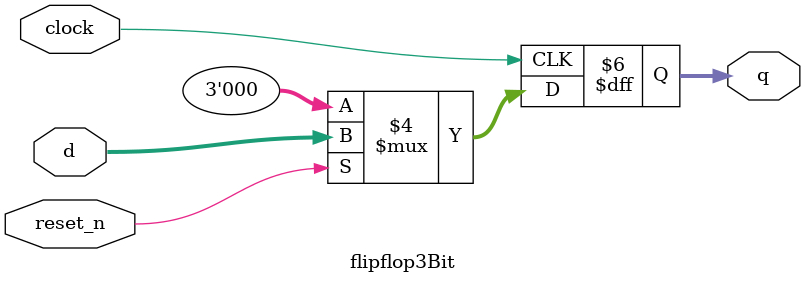
<source format=v>
module flipflop3Bit(q, d, clock, reset_n);//1 bit
	input [2:0]d;
	input clock, reset_n;
	output reg [2:0]q;
	
	always @(posedge clock)	//triggered when clock rises
	begin
		if(reset_n == 1'b0)	//when reset_n is 0...
			q <= 0;				//... q is set 0
		else						//when reset_n not 0...
			q <= d;				//... value d is passed to q
	end
endmodule
</source>
